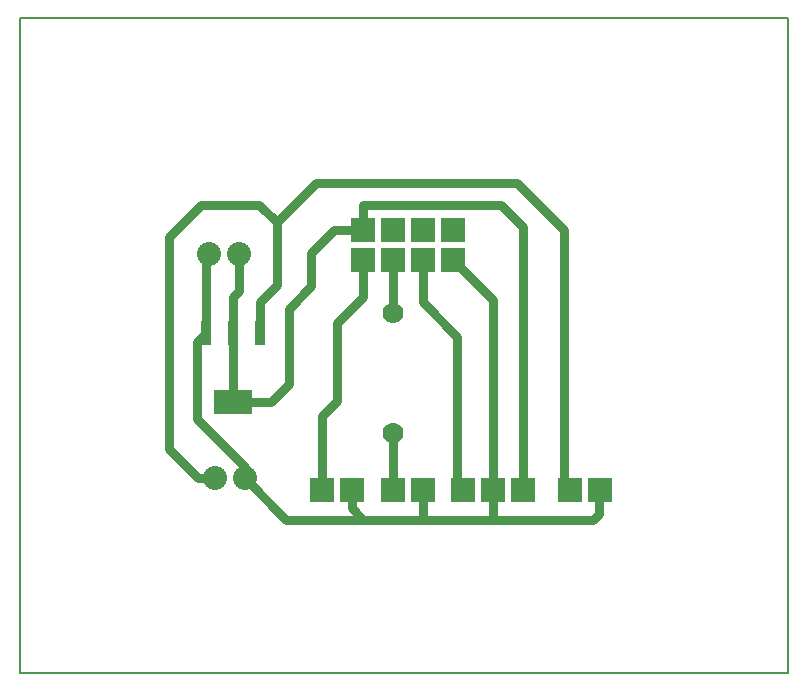
<source format=gbr>
G04 PROTEUS GERBER X2 FILE*
%TF.GenerationSoftware,Labcenter,Proteus,8.6-SP2-Build23525*%
%TF.CreationDate,2023-02-23T10:19:36+00:00*%
%TF.FileFunction,Copper,L2,Bot*%
%TF.FilePolarity,Positive*%
%TF.Part,Single*%
%FSLAX45Y45*%
%MOMM*%
G01*
%TA.AperFunction,Conductor*%
%ADD10C,0.787400*%
%TA.AperFunction,ComponentPad*%
%ADD11C,2.032000*%
%ADD12R,2.032000X2.032000*%
%TA.AperFunction,SMDPad,CuDef*%
%ADD13R,0.939800X2.159000*%
%ADD14R,3.251200X2.159000*%
%TA.AperFunction,ComponentPad*%
%ADD15C,1.778000*%
%TA.AperFunction,Profile*%
%ADD16C,0.203200*%
%TD.AperFunction*%
D10*
X+2750000Y+700000D02*
X+2750000Y+1184000D01*
X+1170000Y+2030000D02*
X+1170000Y+2674000D01*
X+1196000Y+2700000D01*
X+3600000Y+700000D02*
X+3600000Y+2308000D01*
X+3258000Y+2650000D01*
X+3600000Y+450000D02*
X+4450000Y+450000D01*
X+4500000Y+500000D01*
X+4500000Y+696000D01*
X+4504000Y+700000D01*
X+3600000Y+450000D02*
X+3000000Y+450000D01*
X+3600000Y+700000D02*
X+3600000Y+450000D01*
X+3000000Y+450000D02*
X+2500000Y+450000D01*
X+3000000Y+450000D02*
X+3004000Y+454000D01*
X+3004000Y+700000D01*
X+2500000Y+450000D02*
X+2404000Y+546000D01*
X+2404000Y+700000D01*
X+2750000Y+2650000D02*
X+2750000Y+2200000D01*
X+3346000Y+700000D02*
X+3300000Y+746000D01*
X+3300000Y+2000000D01*
X+3004000Y+2296000D01*
X+3004000Y+2650000D01*
X+1400000Y+2030000D02*
X+1400000Y+2338500D01*
X+1450000Y+2388500D01*
X+1450000Y+2700000D01*
X+1400000Y+2030000D02*
X+1400000Y+1450000D01*
X+2538000Y+3111500D02*
X+3669500Y+3111500D01*
X+3854000Y+2927000D01*
X+3854000Y+700000D01*
X+2496000Y+2904000D02*
X+2496000Y+3111500D01*
X+2538000Y+3111500D02*
X+2496000Y+3111500D01*
X+1400000Y+1450000D02*
X+1722667Y+1450000D01*
X+1873334Y+1600667D01*
X+1873334Y+2237333D01*
X+2063334Y+2427333D01*
X+2063334Y+2710667D01*
X+2186667Y+2834000D01*
X+2256667Y+2904000D01*
X+2496000Y+2904000D01*
X+1500000Y+800000D02*
X+1850000Y+450000D01*
X+2500000Y+450000D01*
X+1170000Y+2030000D02*
X+1092527Y+1952527D01*
X+1092527Y+1307473D01*
X+1500000Y+900000D01*
X+1500000Y+800000D01*
X+1768989Y+2968989D02*
X+1618746Y+3119232D01*
X+1125187Y+3119232D01*
X+853583Y+2847628D01*
X+853583Y+2334598D01*
X+853583Y+1046417D01*
X+1100000Y+800000D01*
X+1246000Y+800000D01*
X+1630000Y+2030000D02*
X+1630000Y+2296203D01*
X+1768989Y+2435192D01*
X+1768989Y+2968989D01*
X+1800000Y+3000000D01*
X+2100000Y+3300000D01*
X+3700000Y+3300000D01*
X+3800000Y+3300000D01*
X+4200000Y+2900000D01*
X+4200000Y+750000D01*
X+4250000Y+700000D01*
X+2496000Y+2650000D02*
X+2496000Y+2332303D01*
X+2337345Y+2173648D01*
X+2276988Y+2113291D01*
X+2276988Y+1459431D01*
X+2150000Y+1332443D01*
X+2150000Y+700000D01*
D11*
X+1450000Y+2700000D03*
X+1196000Y+2700000D03*
X+1246000Y+800000D03*
X+1500000Y+800000D03*
D12*
X+2750000Y+700000D03*
X+3004000Y+700000D03*
X+3346000Y+700000D03*
X+3600000Y+700000D03*
X+3854000Y+700000D03*
X+4504000Y+700000D03*
X+4250000Y+700000D03*
X+3258000Y+2904000D03*
X+3004000Y+2904000D03*
X+2750000Y+2904000D03*
X+2496000Y+2904000D03*
X+2496000Y+2650000D03*
X+2750000Y+2650000D03*
X+3004000Y+2650000D03*
X+3258000Y+2650000D03*
X+2150000Y+700000D03*
X+2404000Y+700000D03*
D13*
X+1170000Y+2030000D03*
X+1400000Y+2030000D03*
X+1630000Y+2030000D03*
D14*
X+1400000Y+1450000D03*
D15*
X+2750000Y+2200000D03*
X+2750000Y+1184000D03*
D16*
X-400000Y-850000D02*
X+6100000Y-850000D01*
X+6100000Y+4700000D01*
X-400000Y+4700000D01*
X-400000Y-850000D01*
M02*

</source>
